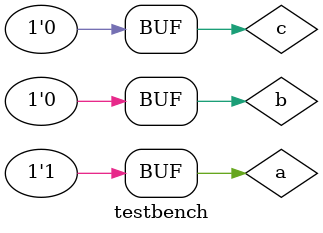
<source format=v>
`include "and-nor.v"
module testbench;
    reg a, b, c;
    wire out;
    and_nor and_nor1(out, a, b, c);
    initial begin
        a = 1'b0; b = 1'b0; c = 1'b0;
        #10; c = c + 1;
        #10; b = b + 1;
        #10; c = c + 1;
        #10; a = a + 1;
        #10; c = c + 1;
        #10; b = b + 1;
        #10; c = c + 1;
    end
    initial
        $monitor($time, " : a=%b b=%b c=%b out=%b", a, b, c, out);
endmodule
</source>
